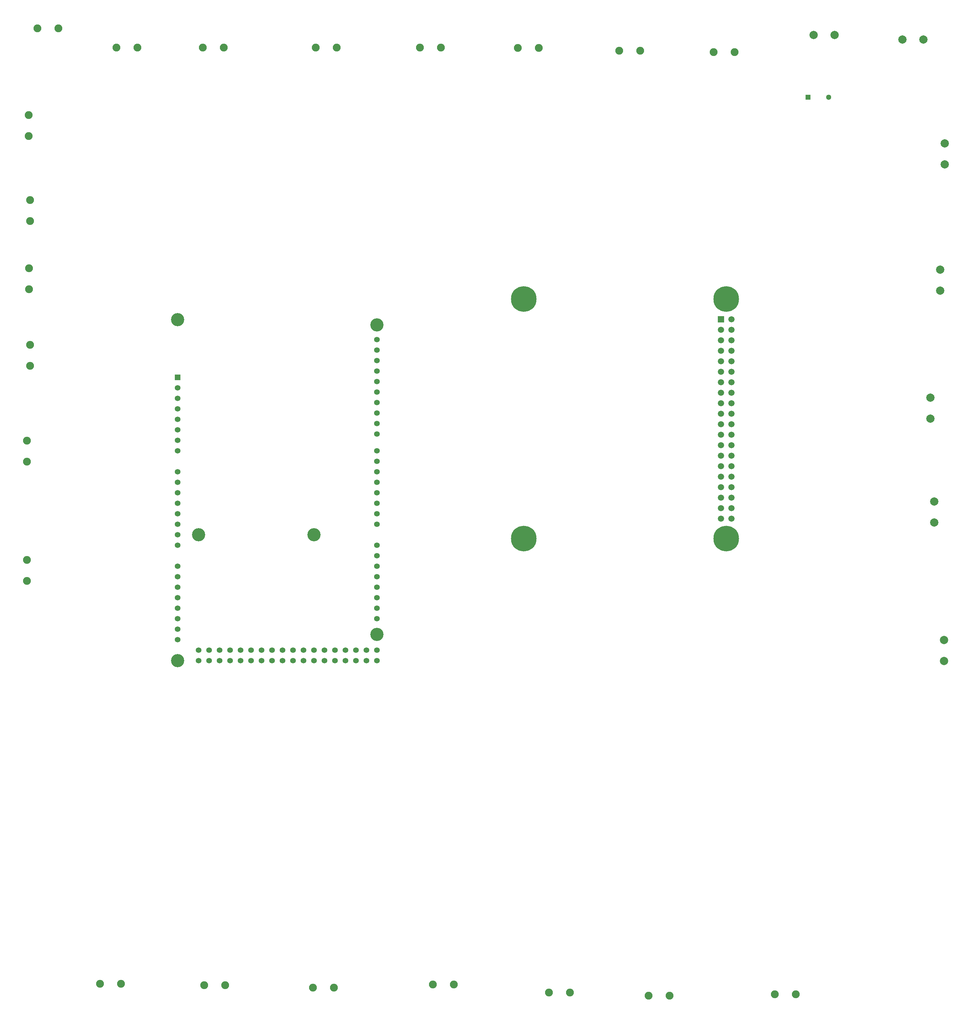
<source format=gbr>
%FSTAX25Y25*%
%MOIN*%
%SFA1B1*%

%IPPOS*%
%ADD21C,0.078740*%
%ADD22C,0.051181*%
%ADD23C,0.074803*%
%ADD24C,0.059842*%
%ADD25C,0.053543*%
%ADD26C,0.244094*%
%ADD27R,0.059842X0.059842*%
%ADD28R,0.053543X0.053543*%
%ADD29C,0.125984*%
%ADD30R,0.051181X0.051181*%
G54D21*
X0866496Y0936771D03*
X0782007Y0941299D03*
X0907007Y0837992D03*
X0902519Y071748D03*
X0893307Y0595511D03*
X0897007Y0496496D03*
X0906299Y0364488D03*
X0897007Y0476496D03*
X0906299Y0344488D03*
X0802007Y0941299D03*
X0886496Y0936771D03*
X0907007Y0817992D03*
X0902519Y069748D03*
X0893307Y0575511D03*
G54D22*
X0796338Y0882007D03*
G54D23*
X0686653Y0924803D03*
X0596653Y0926299D03*
X05Y0929015D03*
X0765Y0027007D03*
X0644488Y0025511D03*
X0549488Y0028503D03*
X0439015Y003622D03*
X0406653Y0929291D03*
X0307165D03*
X0199645D03*
X0117165D03*
X0062007Y094748D03*
X0033503Y0845D03*
X0035Y0764015D03*
X0033937Y0699015D03*
X0034921Y0625984D03*
X0324488Y0033228D03*
X0220984Y0035511D03*
X0121496Y0037007D03*
X0032007Y0534488D03*
Y0420984D03*
X0101496Y0037007D03*
X0200984Y0035511D03*
X0304488Y0033228D03*
X0419015Y003622D03*
X0529488Y0028503D03*
X0624488Y0025511D03*
X0745Y0027007D03*
X0616653Y0926299D03*
X0219645Y0929291D03*
X0137165D03*
X0327165D03*
X0426653D03*
X052Y0929015D03*
X0706653Y0924803D03*
X0032007Y0440984D03*
X0042007Y094748D03*
X0033503Y0865D03*
X0035Y0784015D03*
X0032007Y0554488D03*
X0033937Y0719015D03*
X0034921Y0645984D03*
G54D24*
X0693464Y0480354D03*
Y0660354D03*
Y0650354D03*
Y0640354D03*
Y0630354D03*
Y0620354D03*
X0703464Y0670354D03*
Y0660354D03*
Y0650354D03*
Y0640354D03*
Y0630354D03*
Y0620354D03*
X0693464Y0610354D03*
X0703464D03*
X0693464Y0600354D03*
Y0590354D03*
Y0580354D03*
Y0570354D03*
Y0560354D03*
Y0550354D03*
X0703464Y0600354D03*
Y0590354D03*
Y0580354D03*
Y0570354D03*
Y0560354D03*
Y0550354D03*
X0693464Y0540354D03*
X0703464D03*
X0693464Y0530354D03*
Y0520354D03*
Y0510354D03*
Y0500354D03*
Y0490354D03*
X0703464Y0530354D03*
Y0520354D03*
Y0510354D03*
Y0500354D03*
Y0490354D03*
Y0480354D03*
G54D25*
X0195511Y0345D03*
X0295511Y0355D03*
X0305511D03*
X0365511Y0535D03*
X0265511Y0355D03*
X0325511D03*
X0365511Y0545D03*
X0175511Y0605D03*
Y0595D03*
Y0585D03*
Y0575D03*
Y0565D03*
Y0555D03*
Y0545D03*
Y0525D03*
Y0515D03*
Y0505D03*
Y0495D03*
Y0485D03*
Y0475D03*
Y0465D03*
Y0455D03*
Y0435D03*
Y0425D03*
Y0415D03*
Y0405D03*
Y0395D03*
Y0385D03*
Y0375D03*
Y0365D03*
X0195511Y0355D03*
X0205511Y0345D03*
Y0355D03*
X0215511Y0345D03*
Y0355D03*
X0225511Y0345D03*
Y0355D03*
X0235511D03*
Y0345D03*
X0245511Y0355D03*
Y0345D03*
X0255511Y0355D03*
Y0345D03*
X0265511D03*
X0275511Y0355D03*
Y0345D03*
X0285511Y0355D03*
Y0345D03*
X0295511D03*
X0305511D03*
X0315511Y0355D03*
Y0345D03*
X0325511D03*
X0335511Y0355D03*
Y0345D03*
X0345511Y0355D03*
Y0345D03*
X0355511Y0355D03*
Y0345D03*
X0365511Y0355D03*
Y0345D03*
Y0385D03*
Y0395D03*
Y0405D03*
Y0415D03*
Y0425D03*
Y0435D03*
Y0445D03*
Y0455D03*
Y0475D03*
Y0485D03*
Y0495D03*
Y0505D03*
Y0515D03*
Y0525D03*
Y0560984D03*
Y0570984D03*
Y0580984D03*
Y0590984D03*
Y0600984D03*
Y0610984D03*
Y0620984D03*
Y0630984D03*
Y0640984D03*
Y0650984D03*
G54D26*
X0505551Y0689527D03*
Y0461181D03*
X0698464D03*
Y0689527D03*
G54D27*
X0693464Y0670354D03*
G54D28*
X0175511Y0615D03*
G54D29*
X0175511Y067D03*
X0195511Y0465D03*
X0305511D03*
X0365511Y0665D03*
X0175511Y0345D03*
X0365511Y037D03*
G54D30*
X0776653Y0882007D03*
M02*
</source>
